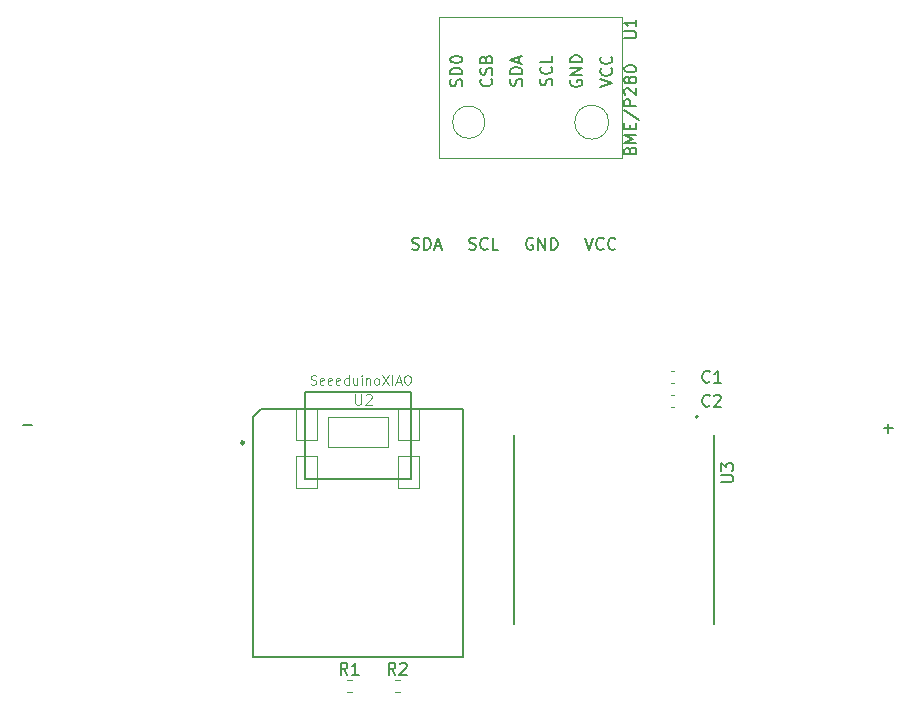
<source format=gbr>
%TF.GenerationSoftware,KiCad,Pcbnew,7.0.9*%
%TF.CreationDate,2024-03-18T18:38:54+01:00*%
%TF.ProjectId,esp32c3,65737033-3263-4332-9e6b-696361645f70,rev?*%
%TF.SameCoordinates,Original*%
%TF.FileFunction,Legend,Top*%
%TF.FilePolarity,Positive*%
%FSLAX46Y46*%
G04 Gerber Fmt 4.6, Leading zero omitted, Abs format (unit mm)*
G04 Created by KiCad (PCBNEW 7.0.9) date 2024-03-18 18:38:54*
%MOMM*%
%LPD*%
G01*
G04 APERTURE LIST*
%ADD10C,0.150000*%
%ADD11C,0.101600*%
%ADD12C,0.080000*%
%ADD13C,0.120000*%
%ADD14C,0.127000*%
%ADD15C,0.200000*%
%ADD16C,0.066040*%
%ADD17C,0.254000*%
G04 APERTURE END LIST*
D10*
X116414779Y-71878866D02*
X117176684Y-71878866D01*
X189312779Y-72132866D02*
X190074684Y-72132866D01*
X189693731Y-72513819D02*
X189693731Y-71751914D01*
X149387160Y-56972200D02*
X149530017Y-57019819D01*
X149530017Y-57019819D02*
X149768112Y-57019819D01*
X149768112Y-57019819D02*
X149863350Y-56972200D01*
X149863350Y-56972200D02*
X149910969Y-56924580D01*
X149910969Y-56924580D02*
X149958588Y-56829342D01*
X149958588Y-56829342D02*
X149958588Y-56734104D01*
X149958588Y-56734104D02*
X149910969Y-56638866D01*
X149910969Y-56638866D02*
X149863350Y-56591247D01*
X149863350Y-56591247D02*
X149768112Y-56543628D01*
X149768112Y-56543628D02*
X149577636Y-56496009D01*
X149577636Y-56496009D02*
X149482398Y-56448390D01*
X149482398Y-56448390D02*
X149434779Y-56400771D01*
X149434779Y-56400771D02*
X149387160Y-56305533D01*
X149387160Y-56305533D02*
X149387160Y-56210295D01*
X149387160Y-56210295D02*
X149434779Y-56115057D01*
X149434779Y-56115057D02*
X149482398Y-56067438D01*
X149482398Y-56067438D02*
X149577636Y-56019819D01*
X149577636Y-56019819D02*
X149815731Y-56019819D01*
X149815731Y-56019819D02*
X149958588Y-56067438D01*
X150387160Y-57019819D02*
X150387160Y-56019819D01*
X150387160Y-56019819D02*
X150625255Y-56019819D01*
X150625255Y-56019819D02*
X150768112Y-56067438D01*
X150768112Y-56067438D02*
X150863350Y-56162676D01*
X150863350Y-56162676D02*
X150910969Y-56257914D01*
X150910969Y-56257914D02*
X150958588Y-56448390D01*
X150958588Y-56448390D02*
X150958588Y-56591247D01*
X150958588Y-56591247D02*
X150910969Y-56781723D01*
X150910969Y-56781723D02*
X150863350Y-56876961D01*
X150863350Y-56876961D02*
X150768112Y-56972200D01*
X150768112Y-56972200D02*
X150625255Y-57019819D01*
X150625255Y-57019819D02*
X150387160Y-57019819D01*
X151339541Y-56734104D02*
X151815731Y-56734104D01*
X151244303Y-57019819D02*
X151577636Y-56019819D01*
X151577636Y-56019819D02*
X151910969Y-57019819D01*
X154213160Y-56972200D02*
X154356017Y-57019819D01*
X154356017Y-57019819D02*
X154594112Y-57019819D01*
X154594112Y-57019819D02*
X154689350Y-56972200D01*
X154689350Y-56972200D02*
X154736969Y-56924580D01*
X154736969Y-56924580D02*
X154784588Y-56829342D01*
X154784588Y-56829342D02*
X154784588Y-56734104D01*
X154784588Y-56734104D02*
X154736969Y-56638866D01*
X154736969Y-56638866D02*
X154689350Y-56591247D01*
X154689350Y-56591247D02*
X154594112Y-56543628D01*
X154594112Y-56543628D02*
X154403636Y-56496009D01*
X154403636Y-56496009D02*
X154308398Y-56448390D01*
X154308398Y-56448390D02*
X154260779Y-56400771D01*
X154260779Y-56400771D02*
X154213160Y-56305533D01*
X154213160Y-56305533D02*
X154213160Y-56210295D01*
X154213160Y-56210295D02*
X154260779Y-56115057D01*
X154260779Y-56115057D02*
X154308398Y-56067438D01*
X154308398Y-56067438D02*
X154403636Y-56019819D01*
X154403636Y-56019819D02*
X154641731Y-56019819D01*
X154641731Y-56019819D02*
X154784588Y-56067438D01*
X155784588Y-56924580D02*
X155736969Y-56972200D01*
X155736969Y-56972200D02*
X155594112Y-57019819D01*
X155594112Y-57019819D02*
X155498874Y-57019819D01*
X155498874Y-57019819D02*
X155356017Y-56972200D01*
X155356017Y-56972200D02*
X155260779Y-56876961D01*
X155260779Y-56876961D02*
X155213160Y-56781723D01*
X155213160Y-56781723D02*
X155165541Y-56591247D01*
X155165541Y-56591247D02*
X155165541Y-56448390D01*
X155165541Y-56448390D02*
X155213160Y-56257914D01*
X155213160Y-56257914D02*
X155260779Y-56162676D01*
X155260779Y-56162676D02*
X155356017Y-56067438D01*
X155356017Y-56067438D02*
X155498874Y-56019819D01*
X155498874Y-56019819D02*
X155594112Y-56019819D01*
X155594112Y-56019819D02*
X155736969Y-56067438D01*
X155736969Y-56067438D02*
X155784588Y-56115057D01*
X156689350Y-57019819D02*
X156213160Y-57019819D01*
X156213160Y-57019819D02*
X156213160Y-56019819D01*
X159610588Y-56067438D02*
X159515350Y-56019819D01*
X159515350Y-56019819D02*
X159372493Y-56019819D01*
X159372493Y-56019819D02*
X159229636Y-56067438D01*
X159229636Y-56067438D02*
X159134398Y-56162676D01*
X159134398Y-56162676D02*
X159086779Y-56257914D01*
X159086779Y-56257914D02*
X159039160Y-56448390D01*
X159039160Y-56448390D02*
X159039160Y-56591247D01*
X159039160Y-56591247D02*
X159086779Y-56781723D01*
X159086779Y-56781723D02*
X159134398Y-56876961D01*
X159134398Y-56876961D02*
X159229636Y-56972200D01*
X159229636Y-56972200D02*
X159372493Y-57019819D01*
X159372493Y-57019819D02*
X159467731Y-57019819D01*
X159467731Y-57019819D02*
X159610588Y-56972200D01*
X159610588Y-56972200D02*
X159658207Y-56924580D01*
X159658207Y-56924580D02*
X159658207Y-56591247D01*
X159658207Y-56591247D02*
X159467731Y-56591247D01*
X160086779Y-57019819D02*
X160086779Y-56019819D01*
X160086779Y-56019819D02*
X160658207Y-57019819D01*
X160658207Y-57019819D02*
X160658207Y-56019819D01*
X161134398Y-57019819D02*
X161134398Y-56019819D01*
X161134398Y-56019819D02*
X161372493Y-56019819D01*
X161372493Y-56019819D02*
X161515350Y-56067438D01*
X161515350Y-56067438D02*
X161610588Y-56162676D01*
X161610588Y-56162676D02*
X161658207Y-56257914D01*
X161658207Y-56257914D02*
X161705826Y-56448390D01*
X161705826Y-56448390D02*
X161705826Y-56591247D01*
X161705826Y-56591247D02*
X161658207Y-56781723D01*
X161658207Y-56781723D02*
X161610588Y-56876961D01*
X161610588Y-56876961D02*
X161515350Y-56972200D01*
X161515350Y-56972200D02*
X161372493Y-57019819D01*
X161372493Y-57019819D02*
X161134398Y-57019819D01*
X164023922Y-56019819D02*
X164357255Y-57019819D01*
X164357255Y-57019819D02*
X164690588Y-56019819D01*
X165595350Y-56924580D02*
X165547731Y-56972200D01*
X165547731Y-56972200D02*
X165404874Y-57019819D01*
X165404874Y-57019819D02*
X165309636Y-57019819D01*
X165309636Y-57019819D02*
X165166779Y-56972200D01*
X165166779Y-56972200D02*
X165071541Y-56876961D01*
X165071541Y-56876961D02*
X165023922Y-56781723D01*
X165023922Y-56781723D02*
X164976303Y-56591247D01*
X164976303Y-56591247D02*
X164976303Y-56448390D01*
X164976303Y-56448390D02*
X165023922Y-56257914D01*
X165023922Y-56257914D02*
X165071541Y-56162676D01*
X165071541Y-56162676D02*
X165166779Y-56067438D01*
X165166779Y-56067438D02*
X165309636Y-56019819D01*
X165309636Y-56019819D02*
X165404874Y-56019819D01*
X165404874Y-56019819D02*
X165547731Y-56067438D01*
X165547731Y-56067438D02*
X165595350Y-56115057D01*
X166595350Y-56924580D02*
X166547731Y-56972200D01*
X166547731Y-56972200D02*
X166404874Y-57019819D01*
X166404874Y-57019819D02*
X166309636Y-57019819D01*
X166309636Y-57019819D02*
X166166779Y-56972200D01*
X166166779Y-56972200D02*
X166071541Y-56876961D01*
X166071541Y-56876961D02*
X166023922Y-56781723D01*
X166023922Y-56781723D02*
X165976303Y-56591247D01*
X165976303Y-56591247D02*
X165976303Y-56448390D01*
X165976303Y-56448390D02*
X166023922Y-56257914D01*
X166023922Y-56257914D02*
X166071541Y-56162676D01*
X166071541Y-56162676D02*
X166166779Y-56067438D01*
X166166779Y-56067438D02*
X166309636Y-56019819D01*
X166309636Y-56019819D02*
X166404874Y-56019819D01*
X166404874Y-56019819D02*
X166547731Y-56067438D01*
X166547731Y-56067438D02*
X166595350Y-56115057D01*
X167348819Y-39115904D02*
X168158342Y-39115904D01*
X168158342Y-39115904D02*
X168253580Y-39068285D01*
X168253580Y-39068285D02*
X168301200Y-39020666D01*
X168301200Y-39020666D02*
X168348819Y-38925428D01*
X168348819Y-38925428D02*
X168348819Y-38734952D01*
X168348819Y-38734952D02*
X168301200Y-38639714D01*
X168301200Y-38639714D02*
X168253580Y-38592095D01*
X168253580Y-38592095D02*
X168158342Y-38544476D01*
X168158342Y-38544476D02*
X167348819Y-38544476D01*
X168348819Y-37544476D02*
X168348819Y-38115904D01*
X168348819Y-37830190D02*
X167348819Y-37830190D01*
X167348819Y-37830190D02*
X167491676Y-37925428D01*
X167491676Y-37925428D02*
X167586914Y-38020666D01*
X167586914Y-38020666D02*
X167634533Y-38115904D01*
X165316819Y-43243332D02*
X166316819Y-42909999D01*
X166316819Y-42909999D02*
X165316819Y-42576666D01*
X166221580Y-41671904D02*
X166269200Y-41719523D01*
X166269200Y-41719523D02*
X166316819Y-41862380D01*
X166316819Y-41862380D02*
X166316819Y-41957618D01*
X166316819Y-41957618D02*
X166269200Y-42100475D01*
X166269200Y-42100475D02*
X166173961Y-42195713D01*
X166173961Y-42195713D02*
X166078723Y-42243332D01*
X166078723Y-42243332D02*
X165888247Y-42290951D01*
X165888247Y-42290951D02*
X165745390Y-42290951D01*
X165745390Y-42290951D02*
X165554914Y-42243332D01*
X165554914Y-42243332D02*
X165459676Y-42195713D01*
X165459676Y-42195713D02*
X165364438Y-42100475D01*
X165364438Y-42100475D02*
X165316819Y-41957618D01*
X165316819Y-41957618D02*
X165316819Y-41862380D01*
X165316819Y-41862380D02*
X165364438Y-41719523D01*
X165364438Y-41719523D02*
X165412057Y-41671904D01*
X166221580Y-40671904D02*
X166269200Y-40719523D01*
X166269200Y-40719523D02*
X166316819Y-40862380D01*
X166316819Y-40862380D02*
X166316819Y-40957618D01*
X166316819Y-40957618D02*
X166269200Y-41100475D01*
X166269200Y-41100475D02*
X166173961Y-41195713D01*
X166173961Y-41195713D02*
X166078723Y-41243332D01*
X166078723Y-41243332D02*
X165888247Y-41290951D01*
X165888247Y-41290951D02*
X165745390Y-41290951D01*
X165745390Y-41290951D02*
X165554914Y-41243332D01*
X165554914Y-41243332D02*
X165459676Y-41195713D01*
X165459676Y-41195713D02*
X165364438Y-41100475D01*
X165364438Y-41100475D02*
X165316819Y-40957618D01*
X165316819Y-40957618D02*
X165316819Y-40862380D01*
X165316819Y-40862380D02*
X165364438Y-40719523D01*
X165364438Y-40719523D02*
X165412057Y-40671904D01*
X162824438Y-42671904D02*
X162776819Y-42767142D01*
X162776819Y-42767142D02*
X162776819Y-42909999D01*
X162776819Y-42909999D02*
X162824438Y-43052856D01*
X162824438Y-43052856D02*
X162919676Y-43148094D01*
X162919676Y-43148094D02*
X163014914Y-43195713D01*
X163014914Y-43195713D02*
X163205390Y-43243332D01*
X163205390Y-43243332D02*
X163348247Y-43243332D01*
X163348247Y-43243332D02*
X163538723Y-43195713D01*
X163538723Y-43195713D02*
X163633961Y-43148094D01*
X163633961Y-43148094D02*
X163729200Y-43052856D01*
X163729200Y-43052856D02*
X163776819Y-42909999D01*
X163776819Y-42909999D02*
X163776819Y-42814761D01*
X163776819Y-42814761D02*
X163729200Y-42671904D01*
X163729200Y-42671904D02*
X163681580Y-42624285D01*
X163681580Y-42624285D02*
X163348247Y-42624285D01*
X163348247Y-42624285D02*
X163348247Y-42814761D01*
X163776819Y-42195713D02*
X162776819Y-42195713D01*
X162776819Y-42195713D02*
X163776819Y-41624285D01*
X163776819Y-41624285D02*
X162776819Y-41624285D01*
X163776819Y-41148094D02*
X162776819Y-41148094D01*
X162776819Y-41148094D02*
X162776819Y-40909999D01*
X162776819Y-40909999D02*
X162824438Y-40767142D01*
X162824438Y-40767142D02*
X162919676Y-40671904D01*
X162919676Y-40671904D02*
X163014914Y-40624285D01*
X163014914Y-40624285D02*
X163205390Y-40576666D01*
X163205390Y-40576666D02*
X163348247Y-40576666D01*
X163348247Y-40576666D02*
X163538723Y-40624285D01*
X163538723Y-40624285D02*
X163633961Y-40671904D01*
X163633961Y-40671904D02*
X163729200Y-40767142D01*
X163729200Y-40767142D02*
X163776819Y-40909999D01*
X163776819Y-40909999D02*
X163776819Y-41148094D01*
X161189200Y-43100475D02*
X161236819Y-42957618D01*
X161236819Y-42957618D02*
X161236819Y-42719523D01*
X161236819Y-42719523D02*
X161189200Y-42624285D01*
X161189200Y-42624285D02*
X161141580Y-42576666D01*
X161141580Y-42576666D02*
X161046342Y-42529047D01*
X161046342Y-42529047D02*
X160951104Y-42529047D01*
X160951104Y-42529047D02*
X160855866Y-42576666D01*
X160855866Y-42576666D02*
X160808247Y-42624285D01*
X160808247Y-42624285D02*
X160760628Y-42719523D01*
X160760628Y-42719523D02*
X160713009Y-42909999D01*
X160713009Y-42909999D02*
X160665390Y-43005237D01*
X160665390Y-43005237D02*
X160617771Y-43052856D01*
X160617771Y-43052856D02*
X160522533Y-43100475D01*
X160522533Y-43100475D02*
X160427295Y-43100475D01*
X160427295Y-43100475D02*
X160332057Y-43052856D01*
X160332057Y-43052856D02*
X160284438Y-43005237D01*
X160284438Y-43005237D02*
X160236819Y-42909999D01*
X160236819Y-42909999D02*
X160236819Y-42671904D01*
X160236819Y-42671904D02*
X160284438Y-42529047D01*
X161141580Y-41529047D02*
X161189200Y-41576666D01*
X161189200Y-41576666D02*
X161236819Y-41719523D01*
X161236819Y-41719523D02*
X161236819Y-41814761D01*
X161236819Y-41814761D02*
X161189200Y-41957618D01*
X161189200Y-41957618D02*
X161093961Y-42052856D01*
X161093961Y-42052856D02*
X160998723Y-42100475D01*
X160998723Y-42100475D02*
X160808247Y-42148094D01*
X160808247Y-42148094D02*
X160665390Y-42148094D01*
X160665390Y-42148094D02*
X160474914Y-42100475D01*
X160474914Y-42100475D02*
X160379676Y-42052856D01*
X160379676Y-42052856D02*
X160284438Y-41957618D01*
X160284438Y-41957618D02*
X160236819Y-41814761D01*
X160236819Y-41814761D02*
X160236819Y-41719523D01*
X160236819Y-41719523D02*
X160284438Y-41576666D01*
X160284438Y-41576666D02*
X160332057Y-41529047D01*
X161236819Y-40624285D02*
X161236819Y-41100475D01*
X161236819Y-41100475D02*
X160236819Y-41100475D01*
X158649200Y-43124285D02*
X158696819Y-42981428D01*
X158696819Y-42981428D02*
X158696819Y-42743333D01*
X158696819Y-42743333D02*
X158649200Y-42648095D01*
X158649200Y-42648095D02*
X158601580Y-42600476D01*
X158601580Y-42600476D02*
X158506342Y-42552857D01*
X158506342Y-42552857D02*
X158411104Y-42552857D01*
X158411104Y-42552857D02*
X158315866Y-42600476D01*
X158315866Y-42600476D02*
X158268247Y-42648095D01*
X158268247Y-42648095D02*
X158220628Y-42743333D01*
X158220628Y-42743333D02*
X158173009Y-42933809D01*
X158173009Y-42933809D02*
X158125390Y-43029047D01*
X158125390Y-43029047D02*
X158077771Y-43076666D01*
X158077771Y-43076666D02*
X157982533Y-43124285D01*
X157982533Y-43124285D02*
X157887295Y-43124285D01*
X157887295Y-43124285D02*
X157792057Y-43076666D01*
X157792057Y-43076666D02*
X157744438Y-43029047D01*
X157744438Y-43029047D02*
X157696819Y-42933809D01*
X157696819Y-42933809D02*
X157696819Y-42695714D01*
X157696819Y-42695714D02*
X157744438Y-42552857D01*
X158696819Y-42124285D02*
X157696819Y-42124285D01*
X157696819Y-42124285D02*
X157696819Y-41886190D01*
X157696819Y-41886190D02*
X157744438Y-41743333D01*
X157744438Y-41743333D02*
X157839676Y-41648095D01*
X157839676Y-41648095D02*
X157934914Y-41600476D01*
X157934914Y-41600476D02*
X158125390Y-41552857D01*
X158125390Y-41552857D02*
X158268247Y-41552857D01*
X158268247Y-41552857D02*
X158458723Y-41600476D01*
X158458723Y-41600476D02*
X158553961Y-41648095D01*
X158553961Y-41648095D02*
X158649200Y-41743333D01*
X158649200Y-41743333D02*
X158696819Y-41886190D01*
X158696819Y-41886190D02*
X158696819Y-42124285D01*
X158411104Y-41171904D02*
X158411104Y-40695714D01*
X158696819Y-41267142D02*
X157696819Y-40933809D01*
X157696819Y-40933809D02*
X158696819Y-40600476D01*
X156061580Y-42576666D02*
X156109200Y-42624285D01*
X156109200Y-42624285D02*
X156156819Y-42767142D01*
X156156819Y-42767142D02*
X156156819Y-42862380D01*
X156156819Y-42862380D02*
X156109200Y-43005237D01*
X156109200Y-43005237D02*
X156013961Y-43100475D01*
X156013961Y-43100475D02*
X155918723Y-43148094D01*
X155918723Y-43148094D02*
X155728247Y-43195713D01*
X155728247Y-43195713D02*
X155585390Y-43195713D01*
X155585390Y-43195713D02*
X155394914Y-43148094D01*
X155394914Y-43148094D02*
X155299676Y-43100475D01*
X155299676Y-43100475D02*
X155204438Y-43005237D01*
X155204438Y-43005237D02*
X155156819Y-42862380D01*
X155156819Y-42862380D02*
X155156819Y-42767142D01*
X155156819Y-42767142D02*
X155204438Y-42624285D01*
X155204438Y-42624285D02*
X155252057Y-42576666D01*
X156109200Y-42195713D02*
X156156819Y-42052856D01*
X156156819Y-42052856D02*
X156156819Y-41814761D01*
X156156819Y-41814761D02*
X156109200Y-41719523D01*
X156109200Y-41719523D02*
X156061580Y-41671904D01*
X156061580Y-41671904D02*
X155966342Y-41624285D01*
X155966342Y-41624285D02*
X155871104Y-41624285D01*
X155871104Y-41624285D02*
X155775866Y-41671904D01*
X155775866Y-41671904D02*
X155728247Y-41719523D01*
X155728247Y-41719523D02*
X155680628Y-41814761D01*
X155680628Y-41814761D02*
X155633009Y-42005237D01*
X155633009Y-42005237D02*
X155585390Y-42100475D01*
X155585390Y-42100475D02*
X155537771Y-42148094D01*
X155537771Y-42148094D02*
X155442533Y-42195713D01*
X155442533Y-42195713D02*
X155347295Y-42195713D01*
X155347295Y-42195713D02*
X155252057Y-42148094D01*
X155252057Y-42148094D02*
X155204438Y-42100475D01*
X155204438Y-42100475D02*
X155156819Y-42005237D01*
X155156819Y-42005237D02*
X155156819Y-41767142D01*
X155156819Y-41767142D02*
X155204438Y-41624285D01*
X155633009Y-40862380D02*
X155680628Y-40719523D01*
X155680628Y-40719523D02*
X155728247Y-40671904D01*
X155728247Y-40671904D02*
X155823485Y-40624285D01*
X155823485Y-40624285D02*
X155966342Y-40624285D01*
X155966342Y-40624285D02*
X156061580Y-40671904D01*
X156061580Y-40671904D02*
X156109200Y-40719523D01*
X156109200Y-40719523D02*
X156156819Y-40814761D01*
X156156819Y-40814761D02*
X156156819Y-41195713D01*
X156156819Y-41195713D02*
X155156819Y-41195713D01*
X155156819Y-41195713D02*
X155156819Y-40862380D01*
X155156819Y-40862380D02*
X155204438Y-40767142D01*
X155204438Y-40767142D02*
X155252057Y-40719523D01*
X155252057Y-40719523D02*
X155347295Y-40671904D01*
X155347295Y-40671904D02*
X155442533Y-40671904D01*
X155442533Y-40671904D02*
X155537771Y-40719523D01*
X155537771Y-40719523D02*
X155585390Y-40767142D01*
X155585390Y-40767142D02*
X155633009Y-40862380D01*
X155633009Y-40862380D02*
X155633009Y-41195713D01*
X153569200Y-43171904D02*
X153616819Y-43029047D01*
X153616819Y-43029047D02*
X153616819Y-42790952D01*
X153616819Y-42790952D02*
X153569200Y-42695714D01*
X153569200Y-42695714D02*
X153521580Y-42648095D01*
X153521580Y-42648095D02*
X153426342Y-42600476D01*
X153426342Y-42600476D02*
X153331104Y-42600476D01*
X153331104Y-42600476D02*
X153235866Y-42648095D01*
X153235866Y-42648095D02*
X153188247Y-42695714D01*
X153188247Y-42695714D02*
X153140628Y-42790952D01*
X153140628Y-42790952D02*
X153093009Y-42981428D01*
X153093009Y-42981428D02*
X153045390Y-43076666D01*
X153045390Y-43076666D02*
X152997771Y-43124285D01*
X152997771Y-43124285D02*
X152902533Y-43171904D01*
X152902533Y-43171904D02*
X152807295Y-43171904D01*
X152807295Y-43171904D02*
X152712057Y-43124285D01*
X152712057Y-43124285D02*
X152664438Y-43076666D01*
X152664438Y-43076666D02*
X152616819Y-42981428D01*
X152616819Y-42981428D02*
X152616819Y-42743333D01*
X152616819Y-42743333D02*
X152664438Y-42600476D01*
X153616819Y-42171904D02*
X152616819Y-42171904D01*
X152616819Y-42171904D02*
X152616819Y-41933809D01*
X152616819Y-41933809D02*
X152664438Y-41790952D01*
X152664438Y-41790952D02*
X152759676Y-41695714D01*
X152759676Y-41695714D02*
X152854914Y-41648095D01*
X152854914Y-41648095D02*
X153045390Y-41600476D01*
X153045390Y-41600476D02*
X153188247Y-41600476D01*
X153188247Y-41600476D02*
X153378723Y-41648095D01*
X153378723Y-41648095D02*
X153473961Y-41695714D01*
X153473961Y-41695714D02*
X153569200Y-41790952D01*
X153569200Y-41790952D02*
X153616819Y-41933809D01*
X153616819Y-41933809D02*
X153616819Y-42171904D01*
X152616819Y-40981428D02*
X152616819Y-40886190D01*
X152616819Y-40886190D02*
X152664438Y-40790952D01*
X152664438Y-40790952D02*
X152712057Y-40743333D01*
X152712057Y-40743333D02*
X152807295Y-40695714D01*
X152807295Y-40695714D02*
X152997771Y-40648095D01*
X152997771Y-40648095D02*
X153235866Y-40648095D01*
X153235866Y-40648095D02*
X153426342Y-40695714D01*
X153426342Y-40695714D02*
X153521580Y-40743333D01*
X153521580Y-40743333D02*
X153569200Y-40790952D01*
X153569200Y-40790952D02*
X153616819Y-40886190D01*
X153616819Y-40886190D02*
X153616819Y-40981428D01*
X153616819Y-40981428D02*
X153569200Y-41076666D01*
X153569200Y-41076666D02*
X153521580Y-41124285D01*
X153521580Y-41124285D02*
X153426342Y-41171904D01*
X153426342Y-41171904D02*
X153235866Y-41219523D01*
X153235866Y-41219523D02*
X152997771Y-41219523D01*
X152997771Y-41219523D02*
X152807295Y-41171904D01*
X152807295Y-41171904D02*
X152712057Y-41124285D01*
X152712057Y-41124285D02*
X152664438Y-41076666D01*
X152664438Y-41076666D02*
X152616819Y-40981428D01*
X167825009Y-48616761D02*
X167872628Y-48473904D01*
X167872628Y-48473904D02*
X167920247Y-48426285D01*
X167920247Y-48426285D02*
X168015485Y-48378666D01*
X168015485Y-48378666D02*
X168158342Y-48378666D01*
X168158342Y-48378666D02*
X168253580Y-48426285D01*
X168253580Y-48426285D02*
X168301200Y-48473904D01*
X168301200Y-48473904D02*
X168348819Y-48569142D01*
X168348819Y-48569142D02*
X168348819Y-48950094D01*
X168348819Y-48950094D02*
X167348819Y-48950094D01*
X167348819Y-48950094D02*
X167348819Y-48616761D01*
X167348819Y-48616761D02*
X167396438Y-48521523D01*
X167396438Y-48521523D02*
X167444057Y-48473904D01*
X167444057Y-48473904D02*
X167539295Y-48426285D01*
X167539295Y-48426285D02*
X167634533Y-48426285D01*
X167634533Y-48426285D02*
X167729771Y-48473904D01*
X167729771Y-48473904D02*
X167777390Y-48521523D01*
X167777390Y-48521523D02*
X167825009Y-48616761D01*
X167825009Y-48616761D02*
X167825009Y-48950094D01*
X168348819Y-47950094D02*
X167348819Y-47950094D01*
X167348819Y-47950094D02*
X168063104Y-47616761D01*
X168063104Y-47616761D02*
X167348819Y-47283428D01*
X167348819Y-47283428D02*
X168348819Y-47283428D01*
X167825009Y-46807237D02*
X167825009Y-46473904D01*
X168348819Y-46331047D02*
X168348819Y-46807237D01*
X168348819Y-46807237D02*
X167348819Y-46807237D01*
X167348819Y-46807237D02*
X167348819Y-46331047D01*
X167301200Y-45188190D02*
X168586914Y-46045332D01*
X168348819Y-44854856D02*
X167348819Y-44854856D01*
X167348819Y-44854856D02*
X167348819Y-44473904D01*
X167348819Y-44473904D02*
X167396438Y-44378666D01*
X167396438Y-44378666D02*
X167444057Y-44331047D01*
X167444057Y-44331047D02*
X167539295Y-44283428D01*
X167539295Y-44283428D02*
X167682152Y-44283428D01*
X167682152Y-44283428D02*
X167777390Y-44331047D01*
X167777390Y-44331047D02*
X167825009Y-44378666D01*
X167825009Y-44378666D02*
X167872628Y-44473904D01*
X167872628Y-44473904D02*
X167872628Y-44854856D01*
X167444057Y-43902475D02*
X167396438Y-43854856D01*
X167396438Y-43854856D02*
X167348819Y-43759618D01*
X167348819Y-43759618D02*
X167348819Y-43521523D01*
X167348819Y-43521523D02*
X167396438Y-43426285D01*
X167396438Y-43426285D02*
X167444057Y-43378666D01*
X167444057Y-43378666D02*
X167539295Y-43331047D01*
X167539295Y-43331047D02*
X167634533Y-43331047D01*
X167634533Y-43331047D02*
X167777390Y-43378666D01*
X167777390Y-43378666D02*
X168348819Y-43950094D01*
X168348819Y-43950094D02*
X168348819Y-43331047D01*
X167777390Y-42759618D02*
X167729771Y-42854856D01*
X167729771Y-42854856D02*
X167682152Y-42902475D01*
X167682152Y-42902475D02*
X167586914Y-42950094D01*
X167586914Y-42950094D02*
X167539295Y-42950094D01*
X167539295Y-42950094D02*
X167444057Y-42902475D01*
X167444057Y-42902475D02*
X167396438Y-42854856D01*
X167396438Y-42854856D02*
X167348819Y-42759618D01*
X167348819Y-42759618D02*
X167348819Y-42569142D01*
X167348819Y-42569142D02*
X167396438Y-42473904D01*
X167396438Y-42473904D02*
X167444057Y-42426285D01*
X167444057Y-42426285D02*
X167539295Y-42378666D01*
X167539295Y-42378666D02*
X167586914Y-42378666D01*
X167586914Y-42378666D02*
X167682152Y-42426285D01*
X167682152Y-42426285D02*
X167729771Y-42473904D01*
X167729771Y-42473904D02*
X167777390Y-42569142D01*
X167777390Y-42569142D02*
X167777390Y-42759618D01*
X167777390Y-42759618D02*
X167825009Y-42854856D01*
X167825009Y-42854856D02*
X167872628Y-42902475D01*
X167872628Y-42902475D02*
X167967866Y-42950094D01*
X167967866Y-42950094D02*
X168158342Y-42950094D01*
X168158342Y-42950094D02*
X168253580Y-42902475D01*
X168253580Y-42902475D02*
X168301200Y-42854856D01*
X168301200Y-42854856D02*
X168348819Y-42759618D01*
X168348819Y-42759618D02*
X168348819Y-42569142D01*
X168348819Y-42569142D02*
X168301200Y-42473904D01*
X168301200Y-42473904D02*
X168253580Y-42426285D01*
X168253580Y-42426285D02*
X168158342Y-42378666D01*
X168158342Y-42378666D02*
X167967866Y-42378666D01*
X167967866Y-42378666D02*
X167872628Y-42426285D01*
X167872628Y-42426285D02*
X167825009Y-42473904D01*
X167825009Y-42473904D02*
X167777390Y-42569142D01*
X167348819Y-41759618D02*
X167348819Y-41664380D01*
X167348819Y-41664380D02*
X167396438Y-41569142D01*
X167396438Y-41569142D02*
X167444057Y-41521523D01*
X167444057Y-41521523D02*
X167539295Y-41473904D01*
X167539295Y-41473904D02*
X167729771Y-41426285D01*
X167729771Y-41426285D02*
X167967866Y-41426285D01*
X167967866Y-41426285D02*
X168158342Y-41473904D01*
X168158342Y-41473904D02*
X168253580Y-41521523D01*
X168253580Y-41521523D02*
X168301200Y-41569142D01*
X168301200Y-41569142D02*
X168348819Y-41664380D01*
X168348819Y-41664380D02*
X168348819Y-41759618D01*
X168348819Y-41759618D02*
X168301200Y-41854856D01*
X168301200Y-41854856D02*
X168253580Y-41902475D01*
X168253580Y-41902475D02*
X168158342Y-41950094D01*
X168158342Y-41950094D02*
X167967866Y-41997713D01*
X167967866Y-41997713D02*
X167729771Y-41997713D01*
X167729771Y-41997713D02*
X167539295Y-41950094D01*
X167539295Y-41950094D02*
X167444057Y-41902475D01*
X167444057Y-41902475D02*
X167396438Y-41854856D01*
X167396438Y-41854856D02*
X167348819Y-41759618D01*
X175571819Y-76688904D02*
X176381342Y-76688904D01*
X176381342Y-76688904D02*
X176476580Y-76641285D01*
X176476580Y-76641285D02*
X176524200Y-76593666D01*
X176524200Y-76593666D02*
X176571819Y-76498428D01*
X176571819Y-76498428D02*
X176571819Y-76307952D01*
X176571819Y-76307952D02*
X176524200Y-76212714D01*
X176524200Y-76212714D02*
X176476580Y-76165095D01*
X176476580Y-76165095D02*
X176381342Y-76117476D01*
X176381342Y-76117476D02*
X175571819Y-76117476D01*
X175571819Y-75736523D02*
X175571819Y-75117476D01*
X175571819Y-75117476D02*
X175952771Y-75450809D01*
X175952771Y-75450809D02*
X175952771Y-75307952D01*
X175952771Y-75307952D02*
X176000390Y-75212714D01*
X176000390Y-75212714D02*
X176048009Y-75165095D01*
X176048009Y-75165095D02*
X176143247Y-75117476D01*
X176143247Y-75117476D02*
X176381342Y-75117476D01*
X176381342Y-75117476D02*
X176476580Y-75165095D01*
X176476580Y-75165095D02*
X176524200Y-75212714D01*
X176524200Y-75212714D02*
X176571819Y-75307952D01*
X176571819Y-75307952D02*
X176571819Y-75593666D01*
X176571819Y-75593666D02*
X176524200Y-75688904D01*
X176524200Y-75688904D02*
X176476580Y-75736523D01*
X174585333Y-70209580D02*
X174537714Y-70257200D01*
X174537714Y-70257200D02*
X174394857Y-70304819D01*
X174394857Y-70304819D02*
X174299619Y-70304819D01*
X174299619Y-70304819D02*
X174156762Y-70257200D01*
X174156762Y-70257200D02*
X174061524Y-70161961D01*
X174061524Y-70161961D02*
X174013905Y-70066723D01*
X174013905Y-70066723D02*
X173966286Y-69876247D01*
X173966286Y-69876247D02*
X173966286Y-69733390D01*
X173966286Y-69733390D02*
X174013905Y-69542914D01*
X174013905Y-69542914D02*
X174061524Y-69447676D01*
X174061524Y-69447676D02*
X174156762Y-69352438D01*
X174156762Y-69352438D02*
X174299619Y-69304819D01*
X174299619Y-69304819D02*
X174394857Y-69304819D01*
X174394857Y-69304819D02*
X174537714Y-69352438D01*
X174537714Y-69352438D02*
X174585333Y-69400057D01*
X174966286Y-69400057D02*
X175013905Y-69352438D01*
X175013905Y-69352438D02*
X175109143Y-69304819D01*
X175109143Y-69304819D02*
X175347238Y-69304819D01*
X175347238Y-69304819D02*
X175442476Y-69352438D01*
X175442476Y-69352438D02*
X175490095Y-69400057D01*
X175490095Y-69400057D02*
X175537714Y-69495295D01*
X175537714Y-69495295D02*
X175537714Y-69590533D01*
X175537714Y-69590533D02*
X175490095Y-69733390D01*
X175490095Y-69733390D02*
X174918667Y-70304819D01*
X174918667Y-70304819D02*
X175537714Y-70304819D01*
X143914333Y-93004819D02*
X143581000Y-92528628D01*
X143342905Y-93004819D02*
X143342905Y-92004819D01*
X143342905Y-92004819D02*
X143723857Y-92004819D01*
X143723857Y-92004819D02*
X143819095Y-92052438D01*
X143819095Y-92052438D02*
X143866714Y-92100057D01*
X143866714Y-92100057D02*
X143914333Y-92195295D01*
X143914333Y-92195295D02*
X143914333Y-92338152D01*
X143914333Y-92338152D02*
X143866714Y-92433390D01*
X143866714Y-92433390D02*
X143819095Y-92481009D01*
X143819095Y-92481009D02*
X143723857Y-92528628D01*
X143723857Y-92528628D02*
X143342905Y-92528628D01*
X144866714Y-93004819D02*
X144295286Y-93004819D01*
X144581000Y-93004819D02*
X144581000Y-92004819D01*
X144581000Y-92004819D02*
X144485762Y-92147676D01*
X144485762Y-92147676D02*
X144390524Y-92242914D01*
X144390524Y-92242914D02*
X144295286Y-92290533D01*
X147978333Y-93004819D02*
X147645000Y-92528628D01*
X147406905Y-93004819D02*
X147406905Y-92004819D01*
X147406905Y-92004819D02*
X147787857Y-92004819D01*
X147787857Y-92004819D02*
X147883095Y-92052438D01*
X147883095Y-92052438D02*
X147930714Y-92100057D01*
X147930714Y-92100057D02*
X147978333Y-92195295D01*
X147978333Y-92195295D02*
X147978333Y-92338152D01*
X147978333Y-92338152D02*
X147930714Y-92433390D01*
X147930714Y-92433390D02*
X147883095Y-92481009D01*
X147883095Y-92481009D02*
X147787857Y-92528628D01*
X147787857Y-92528628D02*
X147406905Y-92528628D01*
X148359286Y-92100057D02*
X148406905Y-92052438D01*
X148406905Y-92052438D02*
X148502143Y-92004819D01*
X148502143Y-92004819D02*
X148740238Y-92004819D01*
X148740238Y-92004819D02*
X148835476Y-92052438D01*
X148835476Y-92052438D02*
X148883095Y-92100057D01*
X148883095Y-92100057D02*
X148930714Y-92195295D01*
X148930714Y-92195295D02*
X148930714Y-92290533D01*
X148930714Y-92290533D02*
X148883095Y-92433390D01*
X148883095Y-92433390D02*
X148311667Y-93004819D01*
X148311667Y-93004819D02*
X148930714Y-93004819D01*
D11*
X144567486Y-69260305D02*
X144567486Y-69979972D01*
X144567486Y-69979972D02*
X144609820Y-70064638D01*
X144609820Y-70064638D02*
X144652153Y-70106972D01*
X144652153Y-70106972D02*
X144736820Y-70149305D01*
X144736820Y-70149305D02*
X144906153Y-70149305D01*
X144906153Y-70149305D02*
X144990820Y-70106972D01*
X144990820Y-70106972D02*
X145033153Y-70064638D01*
X145033153Y-70064638D02*
X145075486Y-69979972D01*
X145075486Y-69979972D02*
X145075486Y-69260305D01*
X145456486Y-69344972D02*
X145498819Y-69302638D01*
X145498819Y-69302638D02*
X145583486Y-69260305D01*
X145583486Y-69260305D02*
X145795153Y-69260305D01*
X145795153Y-69260305D02*
X145879819Y-69302638D01*
X145879819Y-69302638D02*
X145922153Y-69344972D01*
X145922153Y-69344972D02*
X145964486Y-69429638D01*
X145964486Y-69429638D02*
X145964486Y-69514305D01*
X145964486Y-69514305D02*
X145922153Y-69641305D01*
X145922153Y-69641305D02*
X145414153Y-70149305D01*
X145414153Y-70149305D02*
X145964486Y-70149305D01*
D12*
X140805428Y-68399840D02*
X140919714Y-68437935D01*
X140919714Y-68437935D02*
X141110190Y-68437935D01*
X141110190Y-68437935D02*
X141186381Y-68399840D01*
X141186381Y-68399840D02*
X141224476Y-68361744D01*
X141224476Y-68361744D02*
X141262571Y-68285554D01*
X141262571Y-68285554D02*
X141262571Y-68209363D01*
X141262571Y-68209363D02*
X141224476Y-68133173D01*
X141224476Y-68133173D02*
X141186381Y-68095078D01*
X141186381Y-68095078D02*
X141110190Y-68056982D01*
X141110190Y-68056982D02*
X140957809Y-68018887D01*
X140957809Y-68018887D02*
X140881619Y-67980792D01*
X140881619Y-67980792D02*
X140843524Y-67942697D01*
X140843524Y-67942697D02*
X140805428Y-67866506D01*
X140805428Y-67866506D02*
X140805428Y-67790316D01*
X140805428Y-67790316D02*
X140843524Y-67714125D01*
X140843524Y-67714125D02*
X140881619Y-67676030D01*
X140881619Y-67676030D02*
X140957809Y-67637935D01*
X140957809Y-67637935D02*
X141148286Y-67637935D01*
X141148286Y-67637935D02*
X141262571Y-67676030D01*
X141910191Y-68399840D02*
X141834000Y-68437935D01*
X141834000Y-68437935D02*
X141681619Y-68437935D01*
X141681619Y-68437935D02*
X141605429Y-68399840D01*
X141605429Y-68399840D02*
X141567333Y-68323649D01*
X141567333Y-68323649D02*
X141567333Y-68018887D01*
X141567333Y-68018887D02*
X141605429Y-67942697D01*
X141605429Y-67942697D02*
X141681619Y-67904601D01*
X141681619Y-67904601D02*
X141834000Y-67904601D01*
X141834000Y-67904601D02*
X141910191Y-67942697D01*
X141910191Y-67942697D02*
X141948286Y-68018887D01*
X141948286Y-68018887D02*
X141948286Y-68095078D01*
X141948286Y-68095078D02*
X141567333Y-68171268D01*
X142595905Y-68399840D02*
X142519714Y-68437935D01*
X142519714Y-68437935D02*
X142367333Y-68437935D01*
X142367333Y-68437935D02*
X142291143Y-68399840D01*
X142291143Y-68399840D02*
X142253047Y-68323649D01*
X142253047Y-68323649D02*
X142253047Y-68018887D01*
X142253047Y-68018887D02*
X142291143Y-67942697D01*
X142291143Y-67942697D02*
X142367333Y-67904601D01*
X142367333Y-67904601D02*
X142519714Y-67904601D01*
X142519714Y-67904601D02*
X142595905Y-67942697D01*
X142595905Y-67942697D02*
X142634000Y-68018887D01*
X142634000Y-68018887D02*
X142634000Y-68095078D01*
X142634000Y-68095078D02*
X142253047Y-68171268D01*
X143281619Y-68399840D02*
X143205428Y-68437935D01*
X143205428Y-68437935D02*
X143053047Y-68437935D01*
X143053047Y-68437935D02*
X142976857Y-68399840D01*
X142976857Y-68399840D02*
X142938761Y-68323649D01*
X142938761Y-68323649D02*
X142938761Y-68018887D01*
X142938761Y-68018887D02*
X142976857Y-67942697D01*
X142976857Y-67942697D02*
X143053047Y-67904601D01*
X143053047Y-67904601D02*
X143205428Y-67904601D01*
X143205428Y-67904601D02*
X143281619Y-67942697D01*
X143281619Y-67942697D02*
X143319714Y-68018887D01*
X143319714Y-68018887D02*
X143319714Y-68095078D01*
X143319714Y-68095078D02*
X142938761Y-68171268D01*
X144005428Y-68437935D02*
X144005428Y-67637935D01*
X144005428Y-68399840D02*
X143929237Y-68437935D01*
X143929237Y-68437935D02*
X143776856Y-68437935D01*
X143776856Y-68437935D02*
X143700666Y-68399840D01*
X143700666Y-68399840D02*
X143662571Y-68361744D01*
X143662571Y-68361744D02*
X143624475Y-68285554D01*
X143624475Y-68285554D02*
X143624475Y-68056982D01*
X143624475Y-68056982D02*
X143662571Y-67980792D01*
X143662571Y-67980792D02*
X143700666Y-67942697D01*
X143700666Y-67942697D02*
X143776856Y-67904601D01*
X143776856Y-67904601D02*
X143929237Y-67904601D01*
X143929237Y-67904601D02*
X144005428Y-67942697D01*
X144729238Y-67904601D02*
X144729238Y-68437935D01*
X144386381Y-67904601D02*
X144386381Y-68323649D01*
X144386381Y-68323649D02*
X144424476Y-68399840D01*
X144424476Y-68399840D02*
X144500666Y-68437935D01*
X144500666Y-68437935D02*
X144614952Y-68437935D01*
X144614952Y-68437935D02*
X144691143Y-68399840D01*
X144691143Y-68399840D02*
X144729238Y-68361744D01*
X145110191Y-68437935D02*
X145110191Y-67904601D01*
X145110191Y-67637935D02*
X145072095Y-67676030D01*
X145072095Y-67676030D02*
X145110191Y-67714125D01*
X145110191Y-67714125D02*
X145148286Y-67676030D01*
X145148286Y-67676030D02*
X145110191Y-67637935D01*
X145110191Y-67637935D02*
X145110191Y-67714125D01*
X145491143Y-67904601D02*
X145491143Y-68437935D01*
X145491143Y-67980792D02*
X145529238Y-67942697D01*
X145529238Y-67942697D02*
X145605428Y-67904601D01*
X145605428Y-67904601D02*
X145719714Y-67904601D01*
X145719714Y-67904601D02*
X145795905Y-67942697D01*
X145795905Y-67942697D02*
X145834000Y-68018887D01*
X145834000Y-68018887D02*
X145834000Y-68437935D01*
X146329238Y-68437935D02*
X146253048Y-68399840D01*
X146253048Y-68399840D02*
X146214953Y-68361744D01*
X146214953Y-68361744D02*
X146176857Y-68285554D01*
X146176857Y-68285554D02*
X146176857Y-68056982D01*
X146176857Y-68056982D02*
X146214953Y-67980792D01*
X146214953Y-67980792D02*
X146253048Y-67942697D01*
X146253048Y-67942697D02*
X146329238Y-67904601D01*
X146329238Y-67904601D02*
X146443524Y-67904601D01*
X146443524Y-67904601D02*
X146519715Y-67942697D01*
X146519715Y-67942697D02*
X146557810Y-67980792D01*
X146557810Y-67980792D02*
X146595905Y-68056982D01*
X146595905Y-68056982D02*
X146595905Y-68285554D01*
X146595905Y-68285554D02*
X146557810Y-68361744D01*
X146557810Y-68361744D02*
X146519715Y-68399840D01*
X146519715Y-68399840D02*
X146443524Y-68437935D01*
X146443524Y-68437935D02*
X146329238Y-68437935D01*
X146862572Y-67637935D02*
X147395906Y-68437935D01*
X147395906Y-67637935D02*
X146862572Y-68437935D01*
X147700668Y-68437935D02*
X147700668Y-67637935D01*
X148043524Y-68209363D02*
X148424477Y-68209363D01*
X147967334Y-68437935D02*
X148234001Y-67637935D01*
X148234001Y-67637935D02*
X148500667Y-68437935D01*
X148919715Y-67637935D02*
X149072096Y-67637935D01*
X149072096Y-67637935D02*
X149148286Y-67676030D01*
X149148286Y-67676030D02*
X149224477Y-67752220D01*
X149224477Y-67752220D02*
X149262572Y-67904601D01*
X149262572Y-67904601D02*
X149262572Y-68171268D01*
X149262572Y-68171268D02*
X149224477Y-68323649D01*
X149224477Y-68323649D02*
X149148286Y-68399840D01*
X149148286Y-68399840D02*
X149072096Y-68437935D01*
X149072096Y-68437935D02*
X148919715Y-68437935D01*
X148919715Y-68437935D02*
X148843524Y-68399840D01*
X148843524Y-68399840D02*
X148767334Y-68323649D01*
X148767334Y-68323649D02*
X148729238Y-68171268D01*
X148729238Y-68171268D02*
X148729238Y-67904601D01*
X148729238Y-67904601D02*
X148767334Y-67752220D01*
X148767334Y-67752220D02*
X148843524Y-67676030D01*
X148843524Y-67676030D02*
X148919715Y-67637935D01*
D10*
X174585333Y-68177580D02*
X174537714Y-68225200D01*
X174537714Y-68225200D02*
X174394857Y-68272819D01*
X174394857Y-68272819D02*
X174299619Y-68272819D01*
X174299619Y-68272819D02*
X174156762Y-68225200D01*
X174156762Y-68225200D02*
X174061524Y-68129961D01*
X174061524Y-68129961D02*
X174013905Y-68034723D01*
X174013905Y-68034723D02*
X173966286Y-67844247D01*
X173966286Y-67844247D02*
X173966286Y-67701390D01*
X173966286Y-67701390D02*
X174013905Y-67510914D01*
X174013905Y-67510914D02*
X174061524Y-67415676D01*
X174061524Y-67415676D02*
X174156762Y-67320438D01*
X174156762Y-67320438D02*
X174299619Y-67272819D01*
X174299619Y-67272819D02*
X174394857Y-67272819D01*
X174394857Y-67272819D02*
X174537714Y-67320438D01*
X174537714Y-67320438D02*
X174585333Y-67368057D01*
X175537714Y-68272819D02*
X174966286Y-68272819D01*
X175252000Y-68272819D02*
X175252000Y-67272819D01*
X175252000Y-67272819D02*
X175156762Y-67415676D01*
X175156762Y-67415676D02*
X175061524Y-67510914D01*
X175061524Y-67510914D02*
X174966286Y-67558533D01*
D13*
%TO.C,U1*%
X151638000Y-37338000D02*
X151638000Y-49276000D01*
X151638000Y-49276000D02*
X167132000Y-49276000D01*
X167132000Y-49276000D02*
X167132000Y-37338000D01*
X167132000Y-37338000D02*
X151638000Y-37338000D01*
X166028841Y-46228000D02*
G75*
G03*
X166028841Y-46228000I-1436841J0D01*
G01*
X155545832Y-46228000D02*
G75*
G03*
X155545832Y-46228000I-1367832J0D01*
G01*
D14*
%TO.C,U3*%
X174982000Y-72752000D02*
X174982000Y-88752000D01*
X157982000Y-72752000D02*
X157982000Y-88752000D01*
D15*
X173582000Y-71176000D02*
G75*
G03*
X173582000Y-71176000I-100000J0D01*
G01*
D13*
%TO.C,C2*%
X171296420Y-69310000D02*
X171577580Y-69310000D01*
X171296420Y-70330000D02*
X171577580Y-70330000D01*
%TO.C,R1*%
X143843742Y-93457500D02*
X144318258Y-93457500D01*
X143843742Y-94502500D02*
X144318258Y-94502500D01*
%TO.C,R2*%
X147907742Y-93457500D02*
X148382258Y-93457500D01*
X147907742Y-94502500D02*
X148382258Y-94502500D01*
D14*
%TO.C,U2*%
X135910320Y-71196200D02*
X135910320Y-91523820D01*
X135910320Y-91523820D02*
X153708100Y-91523820D01*
X136580880Y-70525640D02*
X135910320Y-71196200D01*
D16*
X139593320Y-70441820D02*
X141371320Y-70441820D01*
X139593320Y-73108820D02*
X139593320Y-70441820D01*
X139593320Y-73108820D02*
X141371320Y-73108820D01*
X139593320Y-74505820D02*
X141371320Y-74505820D01*
X139593320Y-77175360D02*
X139593320Y-74505820D01*
X139593320Y-77175360D02*
X141371320Y-77175360D01*
D14*
X140304520Y-76454000D02*
X140304520Y-69100700D01*
X140309600Y-69100700D02*
X149303740Y-69100700D01*
D16*
X141371320Y-73108820D02*
X141371320Y-70441820D01*
X141371320Y-77175360D02*
X141371320Y-74505820D01*
X142260320Y-71203820D02*
X147340320Y-71203820D01*
X142260320Y-73743820D02*
X142260320Y-71203820D01*
X142260320Y-73743820D02*
X147340320Y-73743820D01*
X147340320Y-73743820D02*
X147340320Y-71203820D01*
X148229320Y-70441820D02*
X150007320Y-70441820D01*
X148229320Y-73108820D02*
X148229320Y-70441820D01*
X148229320Y-73108820D02*
X150007320Y-73108820D01*
X148229320Y-74505820D02*
X150007320Y-74505820D01*
X148229320Y-77175360D02*
X148229320Y-74505820D01*
X148229320Y-77175360D02*
X150007320Y-77175360D01*
D14*
X149303740Y-69100700D02*
X149303740Y-76454000D01*
X149303740Y-76454000D02*
X140304520Y-76454000D01*
D16*
X150007320Y-73108820D02*
X150007320Y-70441820D01*
X150007320Y-77175360D02*
X150007320Y-74505820D01*
D14*
X153708100Y-70525640D02*
X136580880Y-70525640D01*
X153708100Y-91523820D02*
X153708100Y-70525640D01*
D17*
X135148320Y-73362820D02*
G75*
G03*
X135148320Y-73362820I-127000J0D01*
G01*
D13*
%TO.C,C1*%
X171309420Y-67308000D02*
X171590580Y-67308000D01*
X171309420Y-68328000D02*
X171590580Y-68328000D01*
%TD*%
M02*

</source>
